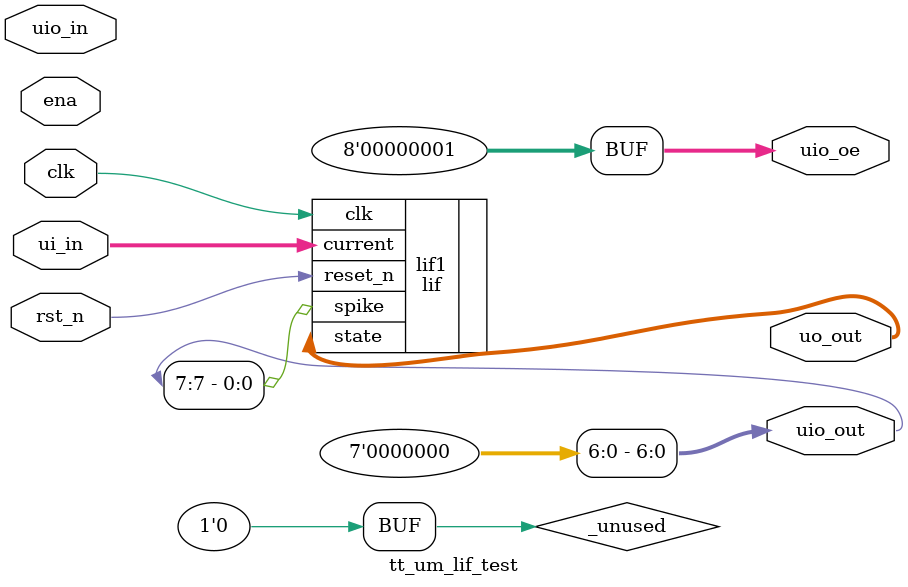
<source format=v>
/*
 * Copyright (c) 2024 Your Name
 * SPDX-License-Identifier: Apache-2.0
 */

`default_nettype none

module tt_um_lif_test (
    input  wire [7:0] ui_in,    // Dedicated inputs
    output wire [7:0] uo_out,   // Dedicated outputs
    input  wire [7:0] uio_in,   // IOs: Input path
    output wire [7:0] uio_out,  // IOs: Output path
    output wire [7:0] uio_oe,   // IOs: Enable path (active high: 0=input, 1=output)
    input  wire       ena,      // always 1 when the design is powered, so you can ignore it
    input  wire       clk,      // clock
    input  wire       rst_n     // reset_n - low to reset
);

  // All output pins must be assigned. If not used, assign to 0.
  assign uio_out [6:0] = 0;
  assign uio_oe  = 1;

  // List all unused inputs to prevent warnings
  wire _unused = &{ena, clk, rst_n, 1'b0};

  lif lif1 (.current(ui_in), .clk(clk), .reset_n(rst_n), .state(uo_out), .spike(uio_out[7]));

endmodule

</source>
